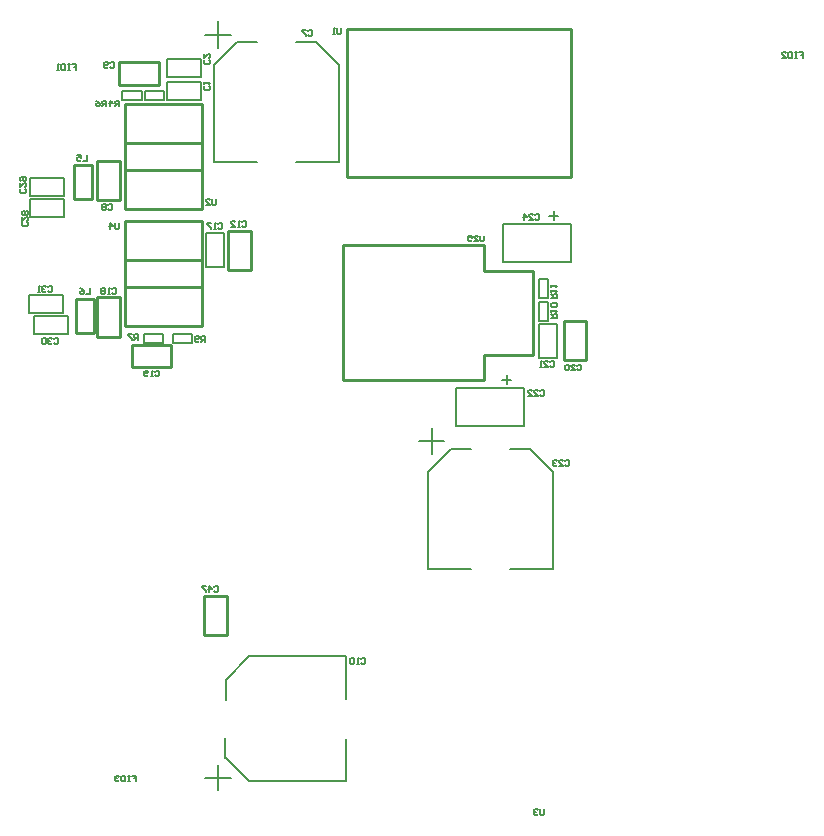
<source format=gbr>
G04 Layer_Color=32896*
%FSLAX26Y26*%
%MOIN*%
%TF.FileFunction,Legend,Bot*%
%TF.Part,Single*%
G01*
G75*
%TA.AperFunction,NonConductor*%
%ADD37C,0.005000*%
%ADD55C,0.010000*%
%ADD87C,0.007874*%
%ADD88C,0.007870*%
%ADD108C,0.006000*%
D37*
X5491696Y7207000D02*
X5556696D01*
X5491696Y7177000D02*
Y7207000D01*
Y7177000D02*
X5556696D01*
Y7207000D01*
X5420000Y7990000D02*
X5485000D01*
Y8020000D01*
X5420000D02*
X5485000D01*
X5420000Y7990000D02*
Y8020000D01*
X5495000Y7990000D02*
X5560000D01*
Y8020000D01*
X5495000D02*
X5560000D01*
X5495000Y7990000D02*
Y8020000D01*
X5589500Y7209000D02*
X5654500D01*
X5589500Y7179000D02*
Y7209000D01*
Y7179000D02*
X5654500D01*
Y7209000D01*
X6761173Y6903008D02*
Y7028992D01*
X6532827Y6903008D02*
X6761173D01*
X6532827D02*
Y7028992D01*
X6761173D01*
X6811000Y7250500D02*
Y7315500D01*
Y7250500D02*
X6841000D01*
Y7315500D01*
X6811000D02*
X6841000D01*
X6811000Y7328500D02*
Y7393500D01*
Y7328500D02*
X6841000D01*
Y7393500D01*
X6811000D02*
X6841000D01*
X6917787Y7449008D02*
Y7574992D01*
X6689441Y7449008D02*
X6917787D01*
X6689441D02*
Y7574992D01*
X6917787D01*
X5710661Y8034329D02*
X5713993Y8030997D01*
Y8024332D01*
X5710661Y8021000D01*
X5697332D01*
X5694000Y8024332D01*
Y8030997D01*
X5697332Y8034329D01*
X5694000Y8040993D02*
Y8047658D01*
Y8044326D01*
X5713993D01*
X5710661Y8040993D01*
X5711327Y8122329D02*
X5714659Y8118997D01*
Y8112332D01*
X5711327Y8109000D01*
X5697998D01*
X5694666Y8112332D01*
Y8118997D01*
X5697998Y8122329D01*
X5694666Y8142323D02*
Y8128993D01*
X5707994Y8142323D01*
X5711327D01*
X5714659Y8138990D01*
Y8132326D01*
X5711327Y8128993D01*
X6038671Y8217661D02*
X6042003Y8220994D01*
X6048668D01*
X6052000Y8217661D01*
Y8204332D01*
X6048668Y8201000D01*
X6042003D01*
X6038671Y8204332D01*
X6032007Y8220994D02*
X6018677D01*
Y8217661D01*
X6032007Y8204332D01*
Y8201000D01*
X5739671Y7574661D02*
X5743003Y7577993D01*
X5749668D01*
X5753000Y7574661D01*
Y7561332D01*
X5749668Y7558000D01*
X5743003D01*
X5739671Y7561332D01*
X5733007Y7558000D02*
X5726342D01*
X5729674D01*
Y7577993D01*
X5733007Y7574661D01*
X5716345Y7577993D02*
X5703016D01*
Y7574661D01*
X5716345Y7561332D01*
Y7558000D01*
X6846671Y7114661D02*
X6850003Y7117993D01*
X6856668D01*
X6860000Y7114661D01*
Y7101332D01*
X6856668Y7098000D01*
X6850003D01*
X6846671Y7101332D01*
X6826677Y7098000D02*
X6840007D01*
X6826677Y7111329D01*
Y7114661D01*
X6830010Y7117993D01*
X6836674D01*
X6840007Y7114661D01*
X6820013Y7098000D02*
X6813349D01*
X6816681D01*
Y7117993D01*
X6820013Y7114661D01*
X6814671Y7018394D02*
X6818003Y7021726D01*
X6824668D01*
X6828000Y7018394D01*
Y7005065D01*
X6824668Y7001732D01*
X6818003D01*
X6814671Y7005065D01*
X6794677Y7001732D02*
X6808007D01*
X6794677Y7015061D01*
Y7018394D01*
X6798010Y7021726D01*
X6804674D01*
X6808007Y7018394D01*
X6774684Y7001732D02*
X6788013D01*
X6774684Y7015061D01*
Y7018394D01*
X6778016Y7021726D01*
X6784681D01*
X6788013Y7018394D01*
X6895671Y6786661D02*
X6899003Y6789993D01*
X6905668D01*
X6909000Y6786661D01*
Y6773332D01*
X6905668Y6770000D01*
X6899003D01*
X6895671Y6773332D01*
X6875677Y6770000D02*
X6889007D01*
X6875677Y6783329D01*
Y6786661D01*
X6879010Y6789993D01*
X6885674D01*
X6889007Y6786661D01*
X6869013D02*
X6865681Y6789993D01*
X6859016D01*
X6855684Y6786661D01*
Y6783329D01*
X6859016Y6779997D01*
X6862349D01*
X6859016D01*
X6855684Y6776664D01*
Y6773332D01*
X6859016Y6770000D01*
X6865681D01*
X6869013Y6773332D01*
X6797671Y7605661D02*
X6801003Y7608993D01*
X6807668D01*
X6811000Y7605661D01*
Y7592332D01*
X6807668Y7589000D01*
X6801003D01*
X6797671Y7592332D01*
X6777677Y7589000D02*
X6791007D01*
X6777677Y7602329D01*
Y7605661D01*
X6781010Y7608993D01*
X6787674D01*
X6791007Y7605661D01*
X6761016Y7589000D02*
Y7608993D01*
X6771013Y7598997D01*
X6757684D01*
X5101661Y7580329D02*
X5104993Y7576997D01*
Y7570332D01*
X5101661Y7567000D01*
X5088332D01*
X5085000Y7570332D01*
Y7576997D01*
X5088332Y7580329D01*
X5085000Y7600323D02*
Y7586993D01*
X5098329Y7600323D01*
X5101661D01*
X5104993Y7596990D01*
Y7590326D01*
X5101661Y7586993D01*
Y7606987D02*
X5104993Y7610319D01*
Y7616984D01*
X5101661Y7620316D01*
X5098329D01*
X5094997Y7616984D01*
X5091664Y7620316D01*
X5088332D01*
X5085000Y7616984D01*
Y7610319D01*
X5088332Y7606987D01*
X5091664D01*
X5094997Y7610319D01*
X5098329Y7606987D01*
X5101661D01*
X5094997Y7610319D02*
Y7616984D01*
X5097661Y7693329D02*
X5100993Y7689997D01*
Y7683332D01*
X5097661Y7680000D01*
X5084332D01*
X5081000Y7683332D01*
Y7689997D01*
X5084332Y7693329D01*
X5081000Y7713323D02*
Y7699993D01*
X5094329Y7713323D01*
X5097661D01*
X5100993Y7709990D01*
Y7703326D01*
X5097661Y7699993D01*
X5084332Y7719987D02*
X5081000Y7723319D01*
Y7729984D01*
X5084332Y7733316D01*
X5097661D01*
X5100993Y7729984D01*
Y7723319D01*
X5097661Y7719987D01*
X5094329D01*
X5090997Y7723319D01*
Y7733316D01*
X5194671Y7191661D02*
X5198003Y7194993D01*
X5204668D01*
X5208000Y7191661D01*
Y7178332D01*
X5204668Y7175000D01*
X5198003D01*
X5194671Y7178332D01*
X5188007Y7191661D02*
X5184674Y7194993D01*
X5178010D01*
X5174677Y7191661D01*
Y7188329D01*
X5178010Y7184997D01*
X5181342D01*
X5178010D01*
X5174677Y7181664D01*
Y7178332D01*
X5178010Y7175000D01*
X5184674D01*
X5188007Y7178332D01*
X5168013Y7191661D02*
X5164681Y7194993D01*
X5158016D01*
X5154684Y7191661D01*
Y7178332D01*
X5158016Y7175000D01*
X5164681D01*
X5168013Y7178332D01*
Y7191661D01*
X5171671Y7365661D02*
X5175003Y7368993D01*
X5181668D01*
X5185000Y7365661D01*
Y7352332D01*
X5181668Y7349000D01*
X5175003D01*
X5171671Y7352332D01*
X5165007Y7365661D02*
X5161674Y7368993D01*
X5155010D01*
X5151677Y7365661D01*
Y7362329D01*
X5155010Y7358997D01*
X5158342D01*
X5155010D01*
X5151677Y7355664D01*
Y7352332D01*
X5155010Y7349000D01*
X5161674D01*
X5165007Y7352332D01*
X5145013Y7349000D02*
X5138349D01*
X5141681D01*
Y7368993D01*
X5145013Y7365661D01*
X5725671Y6365661D02*
X5729003Y6368993D01*
X5735668D01*
X5739000Y6365661D01*
Y6352332D01*
X5735668Y6349000D01*
X5729003D01*
X5725671Y6352332D01*
X5709010Y6349000D02*
Y6368993D01*
X5719007Y6358997D01*
X5705677D01*
X5699013Y6368993D02*
X5685684D01*
Y6365661D01*
X5699013Y6352332D01*
Y6349000D01*
X5251671Y8109993D02*
X5265000D01*
Y8099997D01*
X5258336D01*
X5265000D01*
Y8090000D01*
X5245007Y8109993D02*
X5238342D01*
X5241674D01*
Y8090000D01*
X5245007D01*
X5238342D01*
X5228345Y8109993D02*
Y8090000D01*
X5218348D01*
X5215016Y8093332D01*
Y8106661D01*
X5218348Y8109993D01*
X5228345D01*
X5208352Y8090000D02*
X5201687D01*
X5205019D01*
Y8109993D01*
X5208352Y8106661D01*
X7677671Y8149993D02*
X7691000D01*
Y8139997D01*
X7684336D01*
X7691000D01*
Y8130000D01*
X7671007Y8149993D02*
X7664342D01*
X7667674D01*
Y8130000D01*
X7671007D01*
X7664342D01*
X7654345Y8149993D02*
Y8130000D01*
X7644348D01*
X7641016Y8133332D01*
Y8146661D01*
X7644348Y8149993D01*
X7654345D01*
X7621023Y8130000D02*
X7634352D01*
X7621023Y8143329D01*
Y8146661D01*
X7624355Y8149993D01*
X7631019D01*
X7634352Y8146661D01*
X5453671Y5736993D02*
X5467000D01*
Y5726997D01*
X5460336D01*
X5467000D01*
Y5717000D01*
X5447007Y5736993D02*
X5440342D01*
X5443674D01*
Y5717000D01*
X5447007D01*
X5440342D01*
X5430345Y5736993D02*
Y5717000D01*
X5420348D01*
X5417016Y5720332D01*
Y5733661D01*
X5420348Y5736993D01*
X5430345D01*
X5410352Y5733661D02*
X5407019Y5736993D01*
X5400355D01*
X5397023Y5733661D01*
Y5730329D01*
X5400355Y5726997D01*
X5403687D01*
X5400355D01*
X5397023Y5723664D01*
Y5720332D01*
X5400355Y5717000D01*
X5407019D01*
X5410352Y5720332D01*
X5303000Y7803993D02*
Y7784000D01*
X5289671D01*
X5269677Y7803993D02*
X5283007D01*
Y7793997D01*
X5276342Y7797329D01*
X5273010D01*
X5269677Y7793997D01*
Y7787332D01*
X5273010Y7784000D01*
X5279674D01*
X5283007Y7787332D01*
X5314000Y7362993D02*
Y7343000D01*
X5300671D01*
X5280677Y7362993D02*
X5287342Y7359661D01*
X5294007Y7352997D01*
Y7346332D01*
X5290674Y7343000D01*
X5284010D01*
X5280677Y7346332D01*
Y7349664D01*
X5284010Y7352997D01*
X5294007D01*
X5409866Y7967000D02*
Y7986993D01*
X5399869D01*
X5396537Y7983661D01*
Y7976997D01*
X5399869Y7973664D01*
X5409866D01*
X5403202D02*
X5396537Y7967000D01*
X5379876D02*
Y7986993D01*
X5389873Y7976997D01*
X5376544D01*
X5367000Y7967000D02*
Y7986993D01*
X5357003D01*
X5353671Y7983661D01*
Y7976997D01*
X5357003Y7973664D01*
X5367000D01*
X5360336D02*
X5353671Y7967000D01*
X5333677Y7986993D02*
X5340342Y7983661D01*
X5347007Y7976997D01*
Y7970332D01*
X5343674Y7967000D01*
X5337010D01*
X5333677Y7970332D01*
Y7973664D01*
X5337010Y7976997D01*
X5347007D01*
X5473000Y7188307D02*
Y7208301D01*
X5463003D01*
X5459671Y7204968D01*
Y7198304D01*
X5463003Y7194972D01*
X5473000D01*
X5466336D02*
X5459671Y7188307D01*
X5453007Y7208301D02*
X5439677D01*
Y7204968D01*
X5453007Y7191639D01*
Y7188307D01*
X5698000Y7183000D02*
Y7202993D01*
X5688003D01*
X5684671Y7199661D01*
Y7192997D01*
X5688003Y7189664D01*
X5698000D01*
X5691336D02*
X5684671Y7183000D01*
X5678007Y7186332D02*
X5674674Y7183000D01*
X5668010D01*
X5664677Y7186332D01*
Y7199661D01*
X5668010Y7202993D01*
X5674674D01*
X5678007Y7199661D01*
Y7196329D01*
X5674674Y7192997D01*
X5664677D01*
X6851000Y7261000D02*
X6870993D01*
Y7270997D01*
X6867661Y7274329D01*
X6860997D01*
X6857664Y7270997D01*
Y7261000D01*
Y7267664D02*
X6851000Y7274329D01*
Y7280993D02*
Y7287658D01*
Y7284326D01*
X6870993D01*
X6867661Y7280993D01*
Y7297655D02*
X6870993Y7300987D01*
Y7307652D01*
X6867661Y7310984D01*
X6854332D01*
X6851000Y7307652D01*
Y7300987D01*
X6854332Y7297655D01*
X6867661D01*
X6851000Y7328000D02*
X6870993D01*
Y7337997D01*
X6867661Y7341329D01*
X6860997D01*
X6857664Y7337997D01*
Y7328000D01*
Y7334664D02*
X6851000Y7341329D01*
Y7347993D02*
Y7354658D01*
Y7351326D01*
X6870993D01*
X6867661Y7347993D01*
X6851000Y7364655D02*
Y7371319D01*
Y7367987D01*
X6870993D01*
X6867661Y7364655D01*
X6148953Y8227994D02*
Y8211332D01*
X6145620Y8208000D01*
X6138956D01*
X6135624Y8211332D01*
Y8227994D01*
X6128959Y8208000D02*
X6122295D01*
X6125627D01*
Y8227994D01*
X6128959Y8224661D01*
X5734000Y7658993D02*
Y7642332D01*
X5730668Y7639000D01*
X5724003D01*
X5720671Y7642332D01*
Y7658993D01*
X5700677Y7639000D02*
X5714007D01*
X5700677Y7652329D01*
Y7655661D01*
X5704010Y7658993D01*
X5710674D01*
X5714007Y7655661D01*
X5410500Y7578993D02*
Y7562332D01*
X5407168Y7559000D01*
X5400503D01*
X5397171Y7562332D01*
Y7578993D01*
X5380510Y7559000D02*
Y7578993D01*
X5390507Y7568997D01*
X5377177D01*
X6627000Y7536993D02*
Y7520332D01*
X6623668Y7517000D01*
X6617003D01*
X6613671Y7520332D01*
Y7536993D01*
X6593677Y7517000D02*
X6607007D01*
X6593677Y7530329D01*
Y7533661D01*
X6597010Y7536993D01*
X6603674D01*
X6607007Y7533661D01*
X6573684Y7536993D02*
X6587013D01*
Y7526997D01*
X6580349Y7530329D01*
X6577016D01*
X6573684Y7526997D01*
Y7520332D01*
X6577016Y7517000D01*
X6583681D01*
X6587013Y7520332D01*
X5374671Y7639661D02*
X5378003Y7642993D01*
X5384668D01*
X5388000Y7639661D01*
Y7626332D01*
X5384668Y7623000D01*
X5378003D01*
X5374671Y7626332D01*
X5368007Y7639661D02*
X5364674Y7642993D01*
X5358010D01*
X5354677Y7639661D01*
Y7636329D01*
X5358010Y7632997D01*
X5354677Y7629664D01*
Y7626332D01*
X5358010Y7623000D01*
X5364674D01*
X5368007Y7626332D01*
Y7629664D01*
X5364674Y7632997D01*
X5368007Y7636329D01*
Y7639661D01*
X5364674Y7632997D02*
X5358010D01*
X5380671Y8112661D02*
X5384003Y8115993D01*
X5390668D01*
X5394000Y8112661D01*
Y8099332D01*
X5390668Y8096000D01*
X5384003D01*
X5380671Y8099332D01*
X5374007D02*
X5370674Y8096000D01*
X5364010D01*
X5360677Y8099332D01*
Y8112661D01*
X5364010Y8115993D01*
X5370674D01*
X5374007Y8112661D01*
Y8109329D01*
X5370674Y8105997D01*
X5360677D01*
X5818671Y7582661D02*
X5822003Y7585993D01*
X5828668D01*
X5832000Y7582661D01*
Y7569332D01*
X5828668Y7566000D01*
X5822003D01*
X5818671Y7569332D01*
X5812007Y7566000D02*
X5805342D01*
X5808674D01*
Y7585993D01*
X5812007Y7582661D01*
X5782016Y7566000D02*
X5795345D01*
X5782016Y7579329D01*
Y7582661D01*
X5785348Y7585993D01*
X5792013D01*
X5795345Y7582661D01*
X5386671Y7357661D02*
X5390003Y7360993D01*
X5396668D01*
X5400000Y7357661D01*
Y7344332D01*
X5396668Y7341000D01*
X5390003D01*
X5386671Y7344332D01*
X5380007Y7341000D02*
X5373342D01*
X5376674D01*
Y7360993D01*
X5380007Y7357661D01*
X5363345D02*
X5360013Y7360993D01*
X5353348D01*
X5350016Y7357661D01*
Y7354329D01*
X5353348Y7350997D01*
X5350016Y7347664D01*
Y7344332D01*
X5353348Y7341000D01*
X5360013D01*
X5363345Y7344332D01*
Y7347664D01*
X5360013Y7350997D01*
X5363345Y7354329D01*
Y7357661D01*
X5360013Y7350997D02*
X5353348D01*
X5528671Y7083661D02*
X5532003Y7086993D01*
X5538668D01*
X5542000Y7083661D01*
Y7070332D01*
X5538668Y7067000D01*
X5532003D01*
X5528671Y7070332D01*
X5522007Y7067000D02*
X5515342D01*
X5518674D01*
Y7086993D01*
X5522007Y7083661D01*
X5505345Y7070332D02*
X5502013Y7067000D01*
X5495348D01*
X5492016Y7070332D01*
Y7083661D01*
X5495348Y7086993D01*
X5502013D01*
X5505345Y7083661D01*
Y7080329D01*
X5502013Y7076997D01*
X5492016D01*
X6937671Y7103661D02*
X6941003Y7106993D01*
X6947668D01*
X6951000Y7103661D01*
Y7090332D01*
X6947668Y7087000D01*
X6941003D01*
X6937671Y7090332D01*
X6917677Y7087000D02*
X6931007D01*
X6917677Y7100329D01*
Y7103661D01*
X6921010Y7106993D01*
X6927674D01*
X6931007Y7103661D01*
X6911013D02*
X6907681Y7106993D01*
X6901016D01*
X6897684Y7103661D01*
Y7090332D01*
X6901016Y7087000D01*
X6907681D01*
X6911013Y7090332D01*
Y7103661D01*
X6828028Y5624183D02*
Y5607522D01*
X6824695Y5604190D01*
X6818031D01*
X6814699Y5607522D01*
Y5624183D01*
X6808034Y5620851D02*
X6804702Y5624183D01*
X6798037D01*
X6794705Y5620851D01*
Y5617519D01*
X6798037Y5614186D01*
X6801370D01*
X6798037D01*
X6794705Y5610854D01*
Y5607522D01*
X6798037Y5604190D01*
X6804702D01*
X6808034Y5607522D01*
X6216380Y6126661D02*
X6219712Y6129993D01*
X6226376D01*
X6229709Y6126661D01*
Y6113332D01*
X6226376Y6110000D01*
X6219712D01*
X6216380Y6113332D01*
X6209715Y6110000D02*
X6203051D01*
X6206383D01*
Y6129993D01*
X6209715Y6126661D01*
X6193054D02*
X6189722Y6129993D01*
X6183057D01*
X6179725Y6126661D01*
Y6113332D01*
X6183057Y6110000D01*
X6189722D01*
X6193054Y6113332D01*
Y6126661D01*
D55*
X6170000Y7731221D02*
Y8226220D01*
X6915000D01*
Y7731221D02*
Y8226220D01*
X6170000Y7731221D02*
X6915000D01*
X5337000Y7654500D02*
Y7785500D01*
Y7654500D02*
X5413000D01*
Y7785500D01*
X5337000D02*
X5413000D01*
X5430000Y7975000D02*
X5685000D01*
X5675000D02*
X5685000D01*
X5675000D02*
X5685000D01*
Y7625000D02*
Y7975000D01*
X5430000Y7625000D02*
X5685000D01*
X5430000D02*
Y7975000D01*
Y7755000D02*
X5685000D01*
Y7845000D01*
X5430000D02*
X5685000D01*
X5410500Y8040000D02*
X5541500D01*
Y8116000D01*
X5410500D02*
X5541500D01*
X5410500Y8040000D02*
Y8116000D01*
X5260000Y7771000D02*
X5320000D01*
Y7658000D02*
Y7771000D01*
X5260000Y7658000D02*
X5320000D01*
X5260000D02*
Y7771000D01*
X5430000Y7235000D02*
X5685000D01*
X5430000D02*
X5440000D01*
X5430000D02*
X5440000D01*
X5430000D02*
Y7585000D01*
X5685000D01*
Y7235000D02*
Y7585000D01*
X5430000Y7455000D02*
X5685000D01*
X5430000Y7365000D02*
Y7455000D01*
Y7365000D02*
X5685000D01*
X5849000Y7421000D02*
Y7552000D01*
X5773000D02*
X5849000D01*
X5773000Y7421000D02*
Y7552000D01*
Y7421000D02*
X5849000D01*
X5453000Y7097158D02*
X5584000D01*
Y7173158D01*
X5453000D02*
X5584000D01*
X5453000Y7097158D02*
Y7173158D01*
X5413000Y7199500D02*
Y7330500D01*
X5337000D02*
X5413000D01*
X5337000Y7199500D02*
Y7330500D01*
Y7199500D02*
X5413000D01*
X5265000Y7213000D02*
X5325000D01*
X5265000D02*
Y7326000D01*
X5325000D01*
Y7213000D02*
Y7326000D01*
X5694000Y6205000D02*
X5770000D01*
X5694000D02*
Y6336000D01*
X5770000D01*
Y6205000D02*
Y6336000D01*
X6892000Y7122000D02*
Y7253000D01*
Y7122000D02*
X6968000D01*
Y7253000D01*
X6892000D02*
X6968000D01*
X6156000Y7055000D02*
Y7505000D01*
Y7055000D02*
X6626000D01*
Y7140000D01*
X6791000D01*
Y7420000D01*
X6626000D02*
X6791000D01*
X6626000D02*
Y7505000D01*
X6156000D02*
X6626000D01*
D87*
X5739134Y8163622D02*
Y8251220D01*
X5696811Y8206929D02*
X5781457D01*
X5804095Y8182323D02*
X5871024D01*
X5726339Y8104567D02*
X5803110Y8181339D01*
X5726339Y7780748D02*
Y8104567D01*
X5727323Y7780748D02*
X5869055D01*
X5998976Y8181339D02*
X6065905D01*
X6142677Y8104567D01*
Y7780748D02*
Y8104567D01*
X6000945Y7780748D02*
X6142677D01*
X6452134Y6807342D02*
Y6894940D01*
X6409811Y6850649D02*
X6494457D01*
X6517095Y6826043D02*
X6584024D01*
X6439339Y6748287D02*
X6516110Y6825059D01*
X6439339Y6424468D02*
Y6748287D01*
X6440323Y6424468D02*
X6582055D01*
X6711976Y6825059D02*
X6778905D01*
X6855677Y6748287D01*
Y6424468D02*
Y6748287D01*
X6713945Y6424468D02*
X6855677D01*
X5695780Y5730134D02*
X5783378D01*
X5740071Y5687811D02*
Y5772457D01*
X5764677Y5795095D02*
Y5862024D01*
X5765661Y5794110D02*
X5842433Y5717339D01*
X6166252D01*
X6166252Y5718323D02*
Y5860055D01*
X5765661Y5989976D02*
Y6056905D01*
X5842433Y6133677D01*
X6166252D01*
Y5991945D02*
Y6133677D01*
D88*
X5568500Y8065000D02*
X5681500D01*
Y8125000D01*
X5568500D02*
X5681500D01*
X5568500Y8065000D02*
Y8125000D01*
Y7990000D02*
X5681500D01*
Y8050000D01*
X5568500D02*
X5681500D01*
X5568500Y7990000D02*
Y8050000D01*
X5113500Y7730000D02*
X5226500D01*
X5113500Y7670000D02*
Y7730000D01*
Y7670000D02*
X5226500D01*
Y7730000D01*
X5114000Y7660000D02*
X5227000D01*
X5114000Y7600000D02*
Y7660000D01*
Y7600000D02*
X5227000D01*
Y7660000D01*
X5759000Y7433000D02*
Y7546000D01*
X5699000D02*
X5759000D01*
X5699000Y7433000D02*
Y7546000D01*
Y7433000D02*
X5759000D01*
X5110500Y7279000D02*
X5223500D01*
Y7339000D01*
X5110500D02*
X5223500D01*
X5110500Y7279000D02*
Y7339000D01*
X5127386Y7210000D02*
X5240386D01*
Y7270000D01*
X5127386D02*
X5240386D01*
X5127386Y7210000D02*
Y7270000D01*
X6810000Y7128500D02*
Y7241500D01*
Y7128500D02*
X6870000D01*
Y7241500D01*
X6810000D02*
X6870000D01*
D108*
X6687000Y7056000D02*
X6717000D01*
X6702000Y7041000D02*
Y7071000D01*
X6843614Y7602000D02*
X6873614D01*
X6858614Y7587000D02*
Y7617000D01*
%TF.MD5,7840B006A7EC8767A6630B9959A4CCA1*%
M02*

</source>
